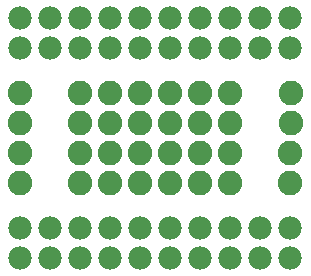
<source format=gbs>
G75*
%MOIN*%
%OFA0B0*%
%FSLAX25Y25*%
%IPPOS*%
%LPD*%
%AMOC8*
5,1,8,0,0,1.08239X$1,22.5*
%
%ADD10C,0.07800*%
%ADD11C,0.08200*%
D10*
X0011800Y0013983D03*
X0021800Y0013983D03*
X0031800Y0013983D03*
X0041800Y0013983D03*
X0051800Y0013983D03*
X0061800Y0013983D03*
X0071800Y0013983D03*
X0081800Y0013983D03*
X0091800Y0013983D03*
X0101800Y0013983D03*
X0101800Y0023933D03*
X0091800Y0023933D03*
X0081800Y0023933D03*
X0071800Y0023933D03*
X0061800Y0023933D03*
X0051800Y0023933D03*
X0041800Y0023933D03*
X0031800Y0023933D03*
X0021800Y0023933D03*
X0011800Y0023933D03*
X0011800Y0084033D03*
X0021800Y0084033D03*
X0031800Y0084033D03*
X0041800Y0084033D03*
X0051800Y0084033D03*
X0061800Y0084033D03*
X0071800Y0084033D03*
X0081800Y0084033D03*
X0091800Y0084033D03*
X0101800Y0084033D03*
X0101800Y0093983D03*
X0091800Y0093983D03*
X0081800Y0093983D03*
X0071800Y0093983D03*
X0061800Y0093983D03*
X0051800Y0093983D03*
X0041800Y0093983D03*
X0031800Y0093983D03*
X0021800Y0093983D03*
X0011800Y0093983D03*
D11*
X0011800Y0068933D03*
X0011800Y0058933D03*
X0011800Y0048933D03*
X0011800Y0038933D03*
X0031800Y0038933D03*
X0041800Y0038933D03*
X0051800Y0038933D03*
X0061800Y0038933D03*
X0071800Y0038933D03*
X0081800Y0038933D03*
X0081800Y0048933D03*
X0071800Y0048933D03*
X0061800Y0048933D03*
X0051800Y0048933D03*
X0041800Y0048933D03*
X0031800Y0048933D03*
X0031800Y0058933D03*
X0041800Y0058933D03*
X0051800Y0058933D03*
X0061800Y0058933D03*
X0071800Y0058933D03*
X0081800Y0058933D03*
X0081800Y0068933D03*
X0071800Y0068933D03*
X0061800Y0068933D03*
X0051800Y0068933D03*
X0041800Y0068933D03*
X0031800Y0068933D03*
X0102149Y0058930D03*
X0101975Y0048932D03*
X0101800Y0038933D03*
X0102324Y0068928D03*
M02*

</source>
